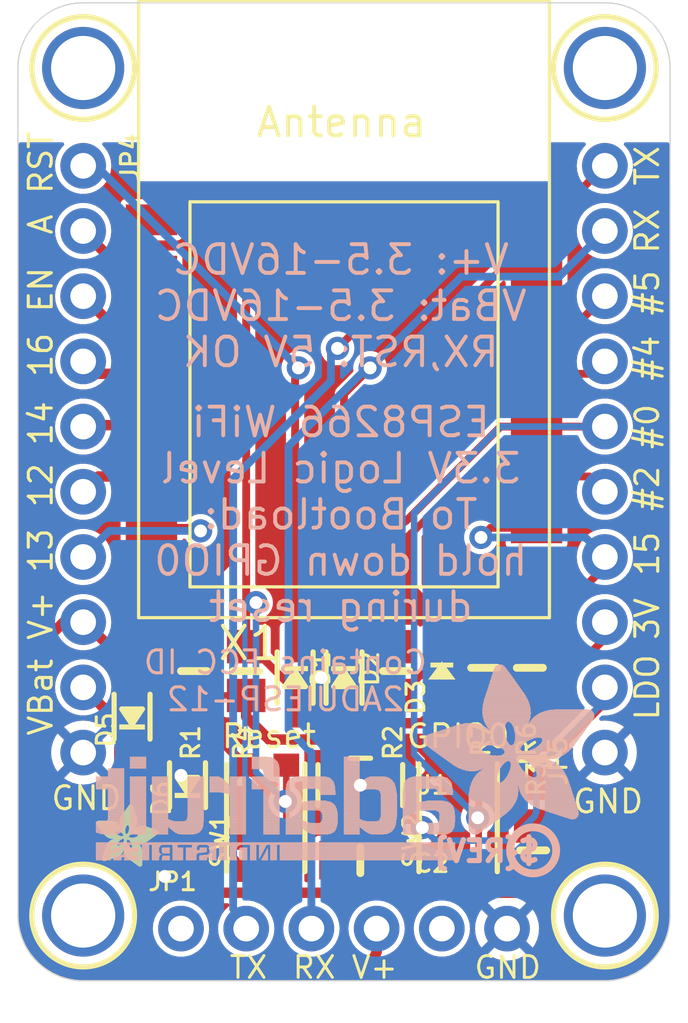
<source format=kicad_pcb>
(kicad_pcb (version 20221018) (generator pcbnew)
  (layers (0 "F.Cu" signal) (1 "In1.Cu" signal) (2 "In2.Cu" signal) (3 "In3.Cu" signal) (4 "In4.Cu" signal) (5 "In5.Cu" signal) (6 "In6.Cu" signal) (7 "In7.Cu" signal) (8 "In8.Cu" signal) (9 "In9.Cu" signal) (10 "In10.Cu" signal) (11 "In11.Cu" signal) (12 "In12.Cu" signal) (13 "In13.Cu" signal) (14 "In14.Cu" signal) (31 "B.Cu" signal) (34 "B.Paste" user) (35 "F.Paste" user) (36 "B.SilkS" user "B.Silkscreen") (37 "F.SilkS" user "F.Silkscreen") (38 "B.Mask" user) (39 "F.Mask" user) (44 "Edge.Cuts" user))
  (net 0 "")
  (net 1 "GND")
  (net 2 "VIN")
  (net 3 "3.3V")
  (net 4 "RESET")
  (net 5 "ADC")
  (net 6 "CH_PD")
  (net 7 "GPIO16")
  (net 8 "GPIO14")
  (net 9 "GPIO12")
  (net 10 "GPIO13")
  (net 11 "GPIO15")
  (net 12 "GPIO2")
  (net 13 "GPIO0")
  (net 14 "GPIO5")
  (net 15 "GPIO4")
  (net 16 "RXD")
  (net 17 "TXD")
  (net 18 "RESET_5V")
  (net 19 "RXD_5V")
  (net 20 "VBAT")
  (net 21 "N$2")
  (net 22 "LDO_EN")
  (net 23 "N$1")
  (footprint "working:1X10_ROUND70" (layer "F.Cu") (at 138.3411 103.7336 -90)
    (fp_text reference "JP4")
    (fp_text value "")
  )
  (footprint "working:0805-NO" (layer "F.Cu") (at 149.1361 119.3546)
    (fp_text reference "C2")
    (fp_text value "10uF")
  )
  (footprint "working:ESP-12" (layer "F.Cu") (at 148.5011 98.9076)
    (fp_text reference "X1")
    (fp_text value "ESP-12")
  )
  (footprint "working:FIDUCIAL_1MM" (layer "F.Cu") (at 151.0411 103.2256)
    (fp_text reference "FID3" hide)
    (fp_text value "FIDUCIAL\"\"" hide)
  )
  (footprint "working:FIDUCIAL_1MM" (layer "F.Cu") (at 144.8181 94.9706)
    (fp_text reference "FID1" hide)
    (fp_text value "FIDUCIAL\"\"" hide)
  )
  (footprint "working:CHIPLED_0805_NOOUTLINE" (layer "F.Cu") (at 152.3111 111.9886)
    (fp_text reference "D3")
    (fp_text value "RED")
  )
  (footprint "working:0805-NO" (layer "F.Cu") (at 155.8671 115.4176 -90)
    (fp_text reference "C1" hide)
    (fp_text value "10uF")
  )
  (footprint "working:SOD-123" (layer "F.Cu") (at 142.4051 116.4336 90)
    (fp_text reference "D6")
    (fp_text value "MBR120")
  )
  (footprint "working:0805-NO" (layer "F.Cu") (at 155.7401 111.8616 -90)
    (fp_text reference "R6")
    (fp_text value "10K")
  )
  (footprint "working:MOUNTINGHOLE_2.5_PLATED" (layer "F.Cu") (at 138.3411 88.4936)
    (fp_text reference "U$16" hide)
    (fp_text value "MOUNTINGHOLE2.5" hide)
  )
  (footprint "working:0805-NO" (layer "F.Cu") (at 142.6591 111.9886 -90)
    (fp_text reference "R1")
    (fp_text value "10K")
  )
  (footprint "working:SOT23-5" (layer "F.Cu") (at 149.1361 116.4336)
    (fp_text reference "U1")
    (fp_text value "SPX3819")
  )
  (footprint "working:MOUNTINGHOLE_2.5_PLATED" (layer "F.Cu") (at 158.6611 88.4936)
    (fp_text reference "U$15" hide)
    (fp_text value "MOUNTINGHOLE2.5" hide)
  )
  (footprint "working:0805-NO" (layer "F.Cu") (at 155.8671 118.9736 90)
    (fp_text reference "R3")
    (fp_text value "10K")
  )
  (footprint "working:MOUNTINGHOLE_2.5_PLATED" (layer "F.Cu") (at 158.6611 121.5136)
    (fp_text reference "U$17" hide)
    (fp_text value "MOUNTINGHOLE2.5" hide)
  )
  (footprint "working:BTN_KMR2_4.6X2.8" (layer "F.Cu") (at 145.4531 117.7036 90)
    (fp_text reference "SW1")
    (fp_text value "KMR2")
  )
  (footprint "working:SOD-323" (layer "F.Cu") (at 148.5011 112.2426 -90)
    (fp_text reference "D2")
    (fp_text value "1n4148")
  )
  (footprint "working:SOD-123" (layer "F.Cu") (at 140.2461 113.7666 90)
    (fp_text reference "D5")
    (fp_text value "MBR120")
  )
  (footprint "working:ADAFRUIT_2.5MM" (layer "F.Cu") (at 138.8491 119.6086)
    (fp_text reference "U$3" hide)
    (fp_text value "" hide)
  )
  (footprint "working:0805-NO" (layer "F.Cu") (at 153.9621 111.8616 -90)
    (fp_text reference "R7")
    (fp_text value "10K")
  )
  (footprint "working:BTN_KMR2_4.6X2.8" (layer "F.Cu") (at 152.9461 117.7036 90)
    (fp_text reference "SW2")
    (fp_text value "KMR2")
  )
  (footprint "working:MOUNTINGHOLE_2.5_PLATED" (layer "F.Cu") (at 138.3411 121.5136)
    (fp_text reference "U$18" hide)
    (fp_text value "MOUNTINGHOLE2.5" hide)
  )
  (footprint "working:0805-NO" (layer "F.Cu") (at 144.6911 111.9886 -90)
    (fp_text reference "R4")
    (fp_text value "10K")
  )
  (footprint "working:0805-NO" (layer "F.Cu") (at 150.5331 111.9886 -90)
    (fp_text reference "R2")
    (fp_text value "1K")
  )
  (footprint "working:1X10_ROUND70" (layer "F.Cu") (at 158.6611 103.7336 90)
    (fp_text reference "JP5")
    (fp_text value "")
  )
  (footprint "working:1X06_ROUND_70" (layer "F.Cu") (at 148.5011 122.0216)
    (fp_text reference "JP1")
    (fp_text value "FTDI")
  )
  (footprint "working:SOD-323" (layer "F.Cu") (at 146.5961 112.2426 -90)
    (fp_text reference "D1")
    (fp_text value "1n4148")
  )
  (footprint "working:ADAFRUIT_TEXT_20MM" (layer "B.Cu") (at 158.4071 119.3546 180)
    (fp_text reference "U$12" hide)
    (fp_text value "" hide)
  )
  (footprint "working:HUZZAHLOGO" (layer "B.Cu") (at 157.3911 93.4466 180)
    (fp_text reference "U$2" hide)
    (fp_text value "" hide)
  )
  (footprint "working:PCBFEAT-REV-040" (layer "B.Cu") (at 155.8671 118.9736 180)
    (fp_text reference "U$13" hide)
    (fp_text value "" hide)
  )
  (gr_arc (start 135.8011 88.4936) (mid 136.545049 86.697549) (end 138.3411 85.9536) (stroke (width 0.05)) (layer "Edge.Cuts"))
  (gr_line (start 158.6611 85.9536) (end 138.3411 85.9536) (stroke (width 0.05)) (layer "Edge.Cuts"))
  (gr_arc (start 161.2011 121.5136) (mid 160.457151 123.309651) (end 158.6611 124.0536) (stroke (width 0.05)) (layer "Edge.Cuts"))
  (gr_line (start 138.3411 124.0536) (end 158.6611 124.0536) (stroke (width 0.05)) (layer "Edge.Cuts"))
  (gr_arc (start 158.6611 85.9536) (mid 160.457151 86.697549) (end 161.2011 88.4936) (stroke (width 0.05)) (layer "Edge.Cuts"))
  (gr_line (start 135.8011 88.4936) (end 135.8011 121.5136) (stroke (width 0.05)) (layer "Edge.Cuts"))
  (gr_arc (start 138.3411 124.0536) (mid 136.545049 123.309651) (end 135.8011 121.5136) (stroke (width 0.05)) (layer "Edge.Cuts"))
  (gr_line (start 161.2011 121.5136) (end 161.2011 88.4936) (stroke (width 0.05)) (layer "Edge.Cuts"))
  (gr_text "V+: 3.5-16VDC\nVBat: 3.5-16VDC\nRX,RST: 5V OK" (at 148.3741 97.7646) (layer "B.SilkS") (effects (font (size 1.1176 1.1176) (thickness 0.1524)) (justify mirror)))
  (gr_text "ESP8266 WiFi\n3.3V Logic Level\nTo Bootload:\nhold down GPIO0\nduring reset" (at 148.3741 105.8926) (layer "B.SilkS") (effects (font (size 1.1176 1.1176) (thickness 0.1524)) (justify mirror)))
  (gr_text "Contains FCC ID\n2ADUIESP-12" (at 146.2151 112.3696) (layer "B.SilkS") (effects (font (size 0.89408 0.89408) (thickness 0.12192)) (justify mirror)))
  (gr_text "15" (at 160.3121 107.4166 90) (layer "F.SilkS") (effects (font (size 0.89408 0.89408) (thickness 0.12192))))
  (gr_text "V+" (at 136.6901 109.8296 90) (layer "F.SilkS") (effects (font (size 0.89408 0.89408) (thickness 0.12192))))
  (gr_text "Reset" (at 145.5801 114.5286) (layer "F.SilkS") (effects (font (size 0.89408 0.89408) (thickness 0.12192))))
  (gr_text "14" (at 136.6901 102.3366 90) (layer "F.SilkS") (effects (font (size 0.89408 0.89408) (thickness 0.12192))))
  (gr_text "RST" (at 136.6901 92.1766 90) (layer "F.SilkS") (effects (font (size 0.89408 0.89408) (thickness 0.12192))))
  (gr_text "GND" (at 156.2481 123.0376) (layer "F.SilkS") (effects (font (size 0.849376 0.849376) (thickness 0.115824)) (justify right top)))
  (gr_text "#4" (at 160.3121 99.7966 90) (layer "F.SilkS") (effects (font (size 0.89408 0.89408) (thickness 0.12192))))
  (gr_text "LDO" (at 160.3121 112.6236 90) (layer "F.SilkS") (effects (font (size 0.89408 0.89408) (thickness 0.12192))))
  (gr_text "16" (at 136.6901 99.6696 90) (layer "F.SilkS") (effects (font (size 0.89408 0.89408) (thickness 0.12192))))
  (gr_text "A" (at 136.6901 94.5896 90) (layer "F.SilkS") (effects (font (size 0.89408 0.89408) (thickness 0.12192))))
  (gr_text "RX" (at 160.3121 94.8436 90) (layer "F.SilkS") (effects (font (size 0.89408 0.89408) (thickness 0.12192))))
  (gr_text "GND" (at 138.4681 116.9416) (layer "F.SilkS") (effects (font (size 0.89408 0.89408) (thickness 0.12192))))
  (gr_text "V+" (at 150.6601 123.0376) (layer "F.SilkS") (effects (font (size 0.849376 0.849376) (thickness 0.115824)) (justify right top)))
  (gr_text "12" (at 136.6901 104.7496 90) (layer "F.SilkS") (effects (font (size 0.89408 0.89408) (thickness 0.12192))))
  (gr_text "#0" (at 160.3121 102.4636 90) (layer "F.SilkS") (effects (font (size 0.89408 0.89408) (thickness 0.12192))))
  (gr_text "#2" (at 160.3121 104.8766 90) (layer "F.SilkS") (effects (font (size 0.89408 0.89408) (thickness 0.12192))))
  (gr_text "GND" (at 158.7881 117.0686) (layer "F.SilkS") (effects (font (size 0.89408 0.89408) (thickness 0.12192))))
  (gr_text "RX" (at 148.2471 123.0376) (layer "F.SilkS") (effects (font (size 0.849376 0.849376) (thickness 0.115824)) (justify right top)))
  (gr_text "13" (at 136.6901 107.2896 90) (layer "F.SilkS") (effects (font (size 0.89408 0.89408) (thickness 0.12192))))
  (gr_text "VBat" (at 136.6901 113.0046 90) (layer "F.SilkS") (effects (font (size 0.89408 0.89408) (thickness 0.12192))))
  (gr_text "TX" (at 160.3121 92.3036 90) (layer "F.SilkS") (effects (font (size 0.89408 0.89408) (thickness 0.12192))))
  (gr_text "#5" (at 160.3121 97.2566 90) (layer "F.SilkS") (effects (font (size 0.89408 0.89408) (thickness 0.12192))))
  (gr_text "GPIO0" (at 152.9461 114.5286) (layer "F.SilkS") (effects (font (size 0.89408 0.89408) (thickness 0.12192))))
  (gr_text "TX" (at 145.5801 123.0376) (layer "F.SilkS") (effects (font (size 0.849376 0.849376) (thickness 0.115824)) (justify right top)))
  (gr_text "EN" (at 136.6901 97.1296 90) (layer "F.SilkS") (effects (font (size 0.89408 0.89408) (thickness 0.12192))))
  (gr_text "3V" (at 160.3121 109.9566 90) (layer "F.SilkS") (effects (font (size 0.89408 0.89408) (thickness 0.12192))))
  (segment (start 149.1361 118.3386) (end 149.1361 117.7337) (width 0.254) (layer "F.Cu") (net 1))
  (segment (start 150.0861 119.3546) (end 150.0861 119.2886) (width 0.254) (layer "F.Cu") (net 1))
  (segment (start 150.0861 119.2886) (end 149.1361 118.3386) (width 0.254) (layer "F.Cu") (net 1))
  (via (at 147.6121 112.2426) (size 0.9064) (drill 0.5) (layers "F.Cu" "B.Cu") (net 1))
  (via (at 149.1361 116.4336) (size 0.9064) (drill 0.5) (layers "F.Cu" "B.Cu") (net 1))
  (via (at 142.1511 116.0526) (size 0.9064) (drill 0.5) (layers "F.Cu" "B.Cu") (net 1))
  (via (at 141.5161 119.9896) (size 0.9064) (drill 0.5) (layers "F.Cu" "B.Cu") (net 1))
  (segment (start 138.3411 110.0836) (end 137.5791 110.0836) (width 0.4064) (layer "F.Cu") (net 2))
  (segment (start 149.7711 122.932391) (end 149.7711 122.0216) (width 0.4064) (layer "F.Cu") (net 2))
  (segment (start 137.4521 119.1006) (end 139.3571 119.1006) (width 0.4064) (layer "F.Cu") (net 2))
  (segment (start 140.679706 120.423207) (end 140.7541 120.60281) (width 0.4064) (layer "F.Cu") (net 2))
  (segment (start 149.696706 123.111994) (end 149.7711 122.932391) (width 0.4064) (layer "F.Cu") (net 2))
  (segment (start 136.5631 118.2116) (end 137.4521 119.1006) (width 0.4064) (layer "F.Cu") (net 2))
  (segment (start 139.3571 119.1006) (end 140.679706 120.423207) (width 0.4064) (layer "F.Cu") (net 2))
  (segment (start 140.7541 120.60281) (end 140.7541 122.9106) (width 0.4064) (layer "F.Cu") (net 2))
  (segment (start 138.3411 110.0836) (end 138.4131 110.0836) (width 0.4064) (layer "F.Cu") (net 2))
  (segment (start 137.5791 110.0836) (end 136.5631 111.0996) (width 0.4064) (layer "F.Cu") (net 2))
  (segment (start 136.5631 111.0996) (end 136.5631 118.2116) (width 0.4064) (layer "F.Cu") (net 2))
  (segment (start 140.7541 122.9106) (end 141.314706 123.471207) (width 0.4064) (layer "F.Cu") (net 2))
  (segment (start 149.2631 123.5456) (end 149.696706 123.111994) (width 0.4064) (layer "F.Cu") (net 2))
  (segment (start 141.314706 123.471207) (end 141.494309 123.5456) (width 0.4064) (layer "F.Cu") (net 2))
  (segment (start 149.696706 123.111994) (end 149.696706 123.111994) (width 0.4064) (layer "F.Cu") (net 2))
  (segment (start 141.494309 123.5456) (end 149.2631 123.5456) (width 0.4064) (layer "F.Cu") (net 2))
  (segment (start 138.4131 110.0836) (end 140.2461 111.9166) (width 0.4064) (layer "F.Cu") (net 2))
  (segment (start 141.314706 123.471207) (end 141.314706 123.471207) (width 0.4064) (layer "F.Cu") (net 2))
  (segment (start 140.679706 120.423207) (end 140.679706 120.423207) (width 0.4064) (layer "F.Cu") (net 2))
  (segment (start 142.5981 112.8776) (end 142.6591 112.9386) (width 0.254) (layer "F.Cu") (net 3))
  (segment (start 156.5021 114.1476) (end 155.8671 114.1476) (width 0.3048) (layer "F.Cu") (net 3))
  (segment (start 148.1861 115.1335) (end 148.1861 114.6556) (width 0.4064) (layer "F.Cu") (net 3))
  (segment (start 158.6611 110.0836) (end 158.4071 110.0836) (width 0.3048) (layer "F.Cu") (net 3))
  (segment (start 152.3111 113.0386) (end 153.7351 113.0386) (width 0.254) (layer "F.Cu") (net 3))
  (segment (start 144.6911 113.7666) (end 145.5801 114.6556) (width 0.4064) (layer "F.Cu") (net 3))
  (segment (start 141.3891 109.7026) (end 141.3891 111.9886) (width 0.4064) (layer "F.Cu") (net 3))
  (segment (start 158.459706 110.136207) (end 158.459706 110.136207) (width 0.3048) (layer "F.Cu") (net 3))
  (segment (start 158.459706 110.136207) (end 158.5341 110.31581) (width 0.3048) (layer "F.Cu") (net 3))
  (segment (start 149.7051 114.0206) (end 151.5491 114.0206) (width 0.4064) (layer "F.Cu") (net 3))
  (segment (start 148.1861 114.6556) (end 145.5801 114.6556) (width 0.4064) (layer "F.Cu") (net 3))
  (segment (start 154.4701 114.1476) (end 155.8671 114.1476) (width 0.4064) (layer "F.Cu") (net 3))
  (segment (start 153.7351 113.0386) (end 153.9621 112.8116) (width 0.254) (layer "F.Cu") (net 3))
  (segment (start 142.6591 112.9386) (end 144.6911 112.9386) (width 0.254) (layer "F.Cu") (net 3))
  (segment (start 142.1511 112.7506) (end 142.4711 112.7506) (width 0.4064) (layer "F.Cu") (net 3))
  (segment (start 149.0701 114.6556) (end 149.7051 114.0206) (width 0.4064) (layer "F.Cu") (net 3))
  (segment (start 158.4071 110.0836) (end 158.459706 110.136207) (width 0.3048) (layer "F.Cu") (net 3))
  (segment (start 141.3891 111.9886) (end 142.1511 112.7506) (width 0.4064) (layer "F.Cu") (net 3))
  (segment (start 151.5491 114.0206) (end 152.3111 113.2586) (width 0.4064) (layer "F.Cu") (net 3))
  (segment (start 141.0011 108.4076) (end 141.0011 109.3146) (width 0.4064) (layer "F.Cu") (net 3))
  (segment (start 144.6911 112.9386) (end 144.6911 113.7666) (width 0.4064) (layer "F.Cu") (net 3))
  (segment (start 153.9621 113.6396) (end 154.4701 114.1476) (width 0.4064) (layer "F.Cu") (net 3))
  (segment (start 141.0011 109.3146) (end 141.3891 109.7026) (width 0.4064) (layer "F.Cu") (net 3))
  (segment (start 155.8671 114.1476) (end 155.8671 114.4676) (width 0.4064) (layer "F.Cu") (net 3))
  (segment (start 157.0101 113.6396) (end 156.5021 114.1476) (width 0.3048) (layer "F.Cu") (net 3))
  (segment (start 158.5341 110.8456) (end 157.0101 112.3696) (width 0.3048) (layer "F.Cu") (net 3))
  (segment (start 142.4711 112.7506) (end 142.6591 112.9386) (width 0.4064) (layer "F.Cu") (net 3))
  (segment (start 152.3111 113.2586) (end 152.3111 113.0386) (width 0.4064) (layer "F.Cu") (net 3))
  (segment (start 153.9621 112.8116) (end 153.9621 113.6396) (width 0.4064) (layer "F.Cu") (net 3))
  (segment (start 149.0701 114.6556) (end 148.1861 114.6556) (width 0.4064) (layer "F.Cu") (net 3))
  (segment (start 157.0101 112.3696) (end 157.0101 113.6396) (width 0.3048) (layer "F.Cu") (net 3))
  (segment (start 158.5341 110.31581) (end 158.5341 110.8456) (width 0.3048) (layer "F.Cu") (net 3))
  (segment (start 144.8841 111.0386) (end 144.6911 111.0386) (width 0.3048) (layer "F.Cu") (net 4))
  (segment (start 145.0721 109.3216) (end 144.6911 109.3216) (width 0.3048) (layer "F.Cu") (net 4))
  (segment (start 142.2231 94.4076) (end 144.6911 96.8756) (width 0.3048) (layer "F.Cu") (net 4))
  (segment (start 146.2531 115.6536) (end 146.2531 117.0306) (width 0.254) (layer "F.Cu") (net 4))
  (segment (start 144.6911 109.3216) (end 144.6911 111.0386) (width 0.3048) (layer "F.Cu") (net 4))
  (segment (start 146.5961 112.7506) (end 146.5961 113.5126) (width 0.3048) (layer "F.Cu") (net 4))
  (segment (start 146.2531 117.1066) (end 146.2151 117.0686) (width 0.254) (layer "F.Cu") (net 4))
  (segment (start 146.2531 117.0306) (end 146.2151 117.0686) (width 0.254) (layer "F.Cu") (net 4))
  (segment (start 146.5961 112.7506) (end 144.8841 111.0386) (width 0.3048) (layer "F.Cu") (net 4))
  (segment (start 146.2531 119.7536) (end 146.2531 117.1066) (width 0.254) (layer "F.Cu") (net 4))
  (segment (start 144.6911 96.8756) (end 144.6911 111.0386) (width 0.3048) (layer "F.Cu") (net 4))
  (segment (start 141.0011 94.4076) (end 142.2231 94.4076) (width 0.3048) (layer "F.Cu") (net 4))
  (via (at 145.0721 109.3216) (size 0.9064) (drill 0.5) (layers "F.Cu" "B.Cu") (net 4))
  (via (at 146.2151 117.0686) (size 0.9064) (drill 0.5) (layers "F.Cu" "B.Cu") (net 4))
  (segment (start 145.0721 115.9256) (end 146.2151 117.0686) (width 0.254) (layer "B.Cu") (net 4))
  (segment (start 145.0721 109.3216) (end 145.0721 115.9256) (width 0.254) (layer "B.Cu") (net 4))
  (segment (start 141.0011 96.4076) (end 139.9051 96.4076) (width 0.4064) (layer "F.Cu") (net 5))
  (segment (start 139.9051 96.4076) (end 138.3411 94.8436) (width 0.4064) (layer "F.Cu") (net 5))
  (segment (start 142.6591 109.0676) (end 142.6591 111.0386) (width 0.3048) (layer "F.Cu") (net 6))
  (segment (start 143.9291 107.7976) (end 142.6591 109.0676) (width 0.3048) (layer "F.Cu") (net 6))
  (segment (start 139.3651 98.4076) (end 138.3411 97.3836) (width 0.4064) (layer "F.Cu") (net 6))
  (segment (start 142.1591 98.4076) (end 143.9291 100.1776) (width 0.3048) (layer "F.Cu") (net 6))
  (segment (start 141.0011 98.4076) (end 139.3651 98.4076) (width 0.4064) (layer "F.Cu") (net 6))
  (segment (start 141.0011 98.4076) (end 142.1591 98.4076) (width 0.3048) (layer "F.Cu") (net 6))
  (segment (start 143.9291 100.1776) (end 143.9291 107.7976) (width 0.3048) (layer "F.Cu") (net 6))
  (segment (start 138.8251 100.4076) (end 138.3411 99.9236) (width 0.4064) (layer "F.Cu") (net 7))
  (segment (start 141.0011 100.4076) (end 138.8251 100.4076) (width 0.4064) (layer "F.Cu") (net 7))
  (segment (start 138.3971 102.4076) (end 138.3411 102.4636) (width 0.4064) (layer "F.Cu") (net 8))
  (segment (start 140.1751 102.4076) (end 141.0011 102.4076) (width 0.3048) (layer "F.Cu") (net 8))
  (segment (start 140.1751 102.4076) (end 138.3971 102.4076) (width 0.4064) (layer "F.Cu") (net 8))
  (segment (start 140.7151 104.4076) (end 141.0011 104.4076) (width 0.3048) (layer "F.Cu") (net 9))
  (segment (start 138.9371 104.4076) (end 138.3411 105.0036) (width 0.4064) (layer "F.Cu") (net 9))
  (segment (start 140.7151 104.4076) (end 138.9371 104.4076) (width 0.4064) (layer "F.Cu") (net 9))
  (segment (start 142.7931 106.4076) (end 141.0011 106.4076) (width 0.3048) (layer "F.Cu") (net 10))
  (segment (start 142.9131 106.5276) (end 142.7931 106.4076) (width 0.3048) (layer "F.Cu") (net 10))
  (via (at 142.9131 106.5276) (size 0.9064) (drill 0.5) (layers "F.Cu" "B.Cu") (net 10))
  (segment (start 142.9131 106.5276) (end 139.3571 106.5276) (width 0.3048) (layer "B.Cu") (net 10))
  (segment (start 139.3571 106.5276) (end 138.3411 107.5436) (width 0.3048) (layer "B.Cu") (net 10))
  (segment (start 156.0011 106.4076) (end 154.2091 106.4076) (width 0.3048) (layer "F.Cu") (net 11))
  (segment (start 155.9331 112.6846) (end 157.1371 111.4806) (width 0.3048) (layer "F.Cu") (net 11))
  (segment (start 158.6611 107.9246) (end 158.6611 107.5436) (width 0.3048) (layer "F.Cu") (net 11))
  (segment (start 157.1371 111.4806) (end 157.1371 109.4486) (width 0.3048) (layer "F.Cu") (net 11))
  (segment (start 155.9331 112.6846) (end 155.8671 112.6846) (width 0.254) (layer "F.Cu") (net 11))
  (segment (start 157.1371 109.4486) (end 158.6611 107.9246) (width 0.3048) (layer "F.Cu") (net 11))
  (segment (start 154.2091 106.4076) (end 153.8351 106.7816) (width 0.3048) (layer "F.Cu") (net 11))
  (segment (start 155.8671 112.6846) (end 155.7401 112.8116) (width 0.254) (layer "F.Cu") (net 11))
  (via (at 153.8351 106.7816) (size 0.9064) (drill 0.5) (layers "F.Cu" "B.Cu") (net 11))
  (segment (start 157.8991 106.7816) (end 158.6611 107.5436) (width 0.3048) (layer "B.Cu") (net 11))
  (segment (start 153.8351 106.7816) (end 157.8991 106.7816) (width 0.3048) (layer "B.Cu") (net 11))
  (segment (start 158.0651 104.4076) (end 158.6611 105.0036) (width 0.3048) (layer "F.Cu") (net 12))
  (segment (start 151.6761 106.7816) (end 153.9621 104.4956) (width 0.3048) (layer "F.Cu") (net 12))
  (segment (start 151.6761 108.5596) (end 151.6761 106.7816) (width 0.3048) (layer "F.Cu") (net 12))
  (segment (start 155.9131 104.4956) (end 156.0011 104.4076) (width 0.3048) (layer "F.Cu") (net 12))
  (segment (start 153.9621 110.8456) (end 153.9621 110.9116) (width 0.3048) (layer "F.Cu") (net 12))
  (segment (start 153.9621 104.4956) (end 155.9131 104.4956) (width 0.3048) (layer "F.Cu") (net 12))
  (segment (start 156.0011 104.4076) (end 158.0651 104.4076) (width 0.3048) (layer "F.Cu") (net 12))
  (segment (start 151.6761 108.5596) (end 153.9621 110.8456) (width 0.3048) (layer "F.Cu") (net 12))
  (segment (start 153.7461 117.6656) (end 153.7081 117.7036) (width 0.254) (layer "F.Cu") (net 13))
  (segment (start 150.5331 106.5276) (end 150.9141 106.1466) (width 0.254) (layer "F.Cu") (net 13))
  (segment (start 150.9141 106.1466) (end 154.5971 102.4636) (width 0.3048) (layer "F.Cu") (net 13))
  (segment (start 155.9451 102.4636) (end 158.6611 102.4636) (width 0.3048) (layer "F.Cu") (net 13))
  (segment (start 153.7461 119.7536) (end 153.7461 115.6536) (width 0.254) (layer "F.Cu") (net 13))
  (segment (start 154.5971 102.4636) (end 155.9451 102.4636) (width 0.3048) (layer "F.Cu") (net 13))
  (segment (start 155.9451 102.4636) (end 156.0011 102.4076) (width 0.3048) (layer "F.Cu") (net 13))
  (segment (start 153.7461 115.6536) (end 153.7461 117.6656) (width 0.254) (layer "F.Cu") (net 13))
  (segment (start 150.5331 111.0386) (end 150.5331 106.5276) (width 0.254) (layer "F.Cu") (net 13))
  (segment (start 153.7461 115.6536) (end 153.7461 115.5826) (width 0.254) (layer "F.Cu") (net 13))
  (via (at 153.7081 117.7036) (size 0.9064) (drill 0.5) (layers "F.Cu" "B.Cu") (net 13))
  (segment (start 151.2316 115.2271) (end 151.2316 105.8291) (width 0.254) (layer "B.Cu") (net 13))
  (segment (start 154.5971 102.4636) (end 158.6611 102.4636) (width 0.254) (layer "B.Cu") (net 13))
  (segment (start 153.7081 117.7036) (end 151.2316 115.2271) (width 0.254) (layer "B.Cu") (net 13))
  (segment (start 151.2316 105.8291) (end 154.5971 102.4636) (width 0.254) (layer "B.Cu") (net 13))
  (segment (start 157.6371 98.4076) (end 158.6611 97.3836) (width 0.3048) (layer "F.Cu") (net 14))
  (segment (start 156.0011 98.4076) (end 157.6371 98.4076) (width 0.3048) (layer "F.Cu") (net 14))
  (segment (start 156.0011 100.4076) (end 158.1771 100.4076) (width 0.3048) (layer "F.Cu") (net 15))
  (segment (start 158.1771 100.4076) (end 158.6611 99.9236) (width 0.3048) (layer "F.Cu") (net 15))
  (segment (start 149.3901 112.6236) (end 149.3901 101.5746) (width 0.3048) (layer "F.Cu") (net 16))
  (segment (start 154.5571 96.4076) (end 156.0011 96.4076) (width 0.3048) (layer "F.Cu") (net 16))
  (segment (start 148.5011 113.5126) (end 149.3901 112.6236) (width 0.3048) (layer "F.Cu") (net 16))
  (segment (start 149.3901 101.5746) (end 154.5571 96.4076) (width 0.3048) (layer "F.Cu") (net 16))
  (segment (start 158.6611 92.3036) (end 156.5571 94.4076) (width 0.3048) (layer "F.Cu") (net 17))
  (segment (start 148.2471 99.4156) (end 153.2551 94.4076) (width 0.3048) (layer "F.Cu") (net 17))
  (segment (start 156.0011 94.4076) (end 156.3271 94.0816) (width 0.3048) (layer "F.Cu") (net 17))
  (segment (start 156.5571 94.4076) (end 156.0011 94.4076) (width 0.3048) (layer "F.Cu") (net 17))
  (segment (start 153.2551 94.4076) (end 156.0011 94.4076) (width 0.3048) (layer "F.Cu") (net 17))
  (via (at 148.2471 99.4156) (size 0.9064) (drill 0.5) (layers "F.Cu" "B.Cu") (net 17))
  (segment (start 144.6911 122.0216) (end 144.6911 121.7676) (width 0.3048) (layer "B.Cu") (net 17))
  (segment (start 147.9931 100.6856) (end 147.9931 99.6696) (width 0.3048) (layer "B.Cu") (net 17))
  (segment (start 144.1831 121.2596) (end 144.1831 104.4956) (width 0.3048) (layer "B.Cu") (net 17))
  (segment (start 147.9931 99.6696) (end 148.2471 99.4156) (width 0.3048) (layer "B.Cu") (net 17))
  (segment (start 144.1831 104.4956) (end 147.9931 100.6856) (width 0.3048) (layer "B.Cu") (net 17))
  (segment (start 144.6911 121.7676) (end 144.1831 121.2596) (width 0.3048) (layer "B.Cu") (net 17))
  (segment (start 146.7231 100.1776) (end 146.5961 100.3046) (width 0.3048) (layer "F.Cu") (net 18))
  (segment (start 146.5961 100.3046) (end 146.5961 110.9726) (width 0.3048) (layer "F.Cu") (net 18))
  (via (at 146.7231 100.1776) (size 0.9064) (drill 0.5) (layers "F.Cu" "B.Cu") (net 18))
  (segment (start 138.8491 92.3036) (end 146.7231 100.1776) (width 0.3048) (layer "B.Cu") (net 18))
  (segment (start 138.8491 92.3036) (end 138.3411 92.3036) (width 0.3048) (layer "B.Cu") (net 18))
  (segment (start 148.5011 101.1936) (end 149.5171 100.1776) (width 0.3048) (layer "F.Cu") (net 19))
  (segment (start 148.5011 110.9726) (end 148.5011 101.1936) (width 0.3048) (layer "F.Cu") (net 19))
  (via (at 149.5171 100.1776) (size 0.9064) (drill 0.5) (layers "F.Cu" "B.Cu") (net 19))
  (segment (start 149.5171 100.1776) (end 153.0731 96.6216) (width 0.3048) (layer "B.Cu") (net 19))
  (segment (start 146.3421 103.2256) (end 149.3901 100.1776) (width 0.3048) (layer "B.Cu") (net 19))
  (segment (start 146.3421 114.2746) (end 146.3421 103.2256) (width 0.3048) (layer "B.Cu") (net 19))
  (segment (start 156.8831 96.6216) (end 153.0731 96.6216) (width 0.3048) (layer "B.Cu") (net 19))
  (segment (start 149.3901 100.1776) (end 149.5171 100.1776) (width 0.3048) (layer "B.Cu") (net 19))
  (segment (start 147.2311 115.1636) (end 146.3421 114.2746) (width 0.3048) (layer "B.Cu") (net 19))
  (segment (start 158.6611 94.8436) (end 156.8831 96.6216) (width 0.3048) (layer "B.Cu") (net 19))
  (segment (start 147.2311 122.0216) (end 147.2311 115.1636) (width 0.3048) (layer "B.Cu") (net 19))
  (segment (start 142.3331 114.6556) (end 142.4051 114.5836) (width 0.4064) (layer "F.Cu") (net 20))
  (segment (start 141.0081 113.7666) (end 141.8971 114.6556) (width 0.4064) (layer "F.Cu") (net 20))
  (segment (start 141.8971 114.6556) (end 142.3331 114.6556) (width 0.4064) (layer "F.Cu") (net 20))
  (segment (start 138.3411 112.6236) (end 139.4841 113.7666) (width 0.4064) (layer "F.Cu") (net 20))
  (segment (start 139.4841 113.7666) (end 141.0081 113.7666) (width 0.4064) (layer "F.Cu") (net 20))
  (segment (start 148.1861 117.7337) (end 148.1861 119.3546) (width 0.4064) (layer "F.Cu") (net 21))
  (segment (start 140.2461 116.8146) (end 140.2461 115.6166) (width 0.4064) (layer "F.Cu") (net 21))
  (segment (start 143.6751 120.6246) (end 142.4051 119.3546) (width 0.4064) (layer "F.Cu") (net 21))
  (segment (start 142.4051 119.3546) (end 142.4051 118.2836) (width 0.4064) (layer "F.Cu") (net 21))
  (segment (start 148.1861 120.6246) (end 155.1661 120.6246) (width 0.4064) (layer "F.Cu") (net 21))
  (segment (start 155.1661 120.6246) (end 155.8671 119.9236) (width 0.4064) (layer "F.Cu") (net 21))
  (segment (start 141.7151 118.2836) (end 140.2461 116.8146) (width 0.4064) (layer "F.Cu") (net 21))
  (segment (start 143.6751 120.6246) (end 148.1861 120.6246) (width 0.4064) (layer "F.Cu") (net 21))
  (segment (start 142.4051 118.2836) (end 141.7151 118.2836) (width 0.4064) (layer "F.Cu") (net 21))
  (segment (start 148.1861 119.3546) (end 148.1861 120.6246) (width 0.4064) (layer "F.Cu") (net 21))
  (segment (start 157.1371 114.7826) (end 158.6611 113.2586) (width 0.254) (layer "F.Cu") (net 22))
  (segment (start 158.6611 113.2586) (end 158.6611 112.6236) (width 0.254) (layer "F.Cu") (net 22))
  (segment (start 150.0861 117.7337) (end 151.1982 117.7337) (width 0.4064) (layer "F.Cu") (net 22))
  (segment (start 157.1371 117.7036) (end 157.1371 114.7826) (width 0.254) (layer "F.Cu") (net 22))
  (segment (start 156.8171 118.0236) (end 157.1371 117.7036) (width 0.254) (layer "F.Cu") (net 22))
  (segment (start 151.1982 117.7337) (end 151.5491 118.0846) (width 0.4064) (layer "F.Cu") (net 22))
  (segment (start 155.8671 118.0236) (end 156.8171 118.0236) (width 0.254) (layer "F.Cu") (net 22))
  (via (at 151.5491 118.0846) (size 0.9064) (drill 0.5) (layers "F.Cu" "B.Cu") (net 22))
  (segment (start 155.9941 115.7986) (end 158.6611 113.1316) (width 0.254) (layer "B.Cu") (net 22))
  (segment (start 152.162309 118.5926) (end 154.9781 118.5926) (width 0.254) (layer "B.Cu") (net 22))
  (segment (start 155.9941 117.471391) (end 155.9941 115.7986) (width 0.254) (layer "B.Cu") (net 22))
  (segment (start 158.6611 112.645391) (end 158.6611 112.6236) (width 0.254) (layer "B.Cu") (net 22))
  (segment (start 151.982706 118.518207) (end 151.982706 118.518207) (width 0.254) (layer "B.Cu") (net 22))
  (segment (start 158.586706 112.824994) (end 158.6611 112.645391) (width 0.254) (layer "B.Cu") (net 22))
  (segment (start 151.982706 118.518207) (end 152.162309 118.5926) (width 0.254) (layer "B.Cu") (net 22))
  (segment (start 151.5491 118.0846) (end 151.982706 118.518207) (width 0.254) (layer "B.Cu") (net 22))
  (segment (start 155.919706 117.650994) (end 155.919706 117.650994) (width 0.254) (layer "B.Cu") (net 22))
  (segment (start 158.6611 113.1316) (end 158.6611 112.6236) (width 0.254) (layer "B.Cu") (net 22))
  (segment (start 154.9781 118.5926) (end 155.919706 117.650994) (width 0.254) (layer "B.Cu") (net 22))
  (segment (start 158.586706 112.824994) (end 158.586706 112.824994) (width 0.254) (layer "B.Cu") (net 22))
  (segment (start 155.919706 117.650994) (end 155.9941 117.471391) (width 0.254) (layer "B.Cu") (net 22))
  (segment (start 150.5991 113.0656) (end 150.5991 113.0046) (width 0.254) (layer "F.Cu") (net 23))
  (segment (start 150.5991 113.0046) (end 150.5331 112.9386) (width 0.254) (layer "F.Cu") (net 23))
  (segment (start 152.3111 111.3536) (end 152.3111 110.9386) (width 0.254) (layer "F.Cu") (net 23))
  (segment (start 150.5991 113.0656) (end 152.3111 111.3536) (width 0.254) (layer "F.Cu") (net 23))
  (zone (net 1) (net_name "GND") (layer "F.Cu") (priority 6) (connect_pads (clearance 0.000001)) (min_thickness 0.1524) (fill yes (thermal_gap 0.3548) (thermal_bridge_width 0.3548))
    (polygon (pts (xy 161.3535 124.206) (xy 135.6487 124.206) (xy 135.6487 91.3892) (xy 161.3535 91.3892)))
  )
  (zone (net 1) (net_name "GND") (layer "B.Cu") (priority 6) (connect_pads (clearance 0.000001)) (min_thickness 0.1524) (fill yes (thermal_gap 0.3548) (thermal_bridge_width 0.3548))
    (polygon (pts (xy 161.3535 124.206) (xy 135.6487 124.206) (xy 135.6487 91.3892) (xy 161.3535 91.3892)))
  )
)
</source>
